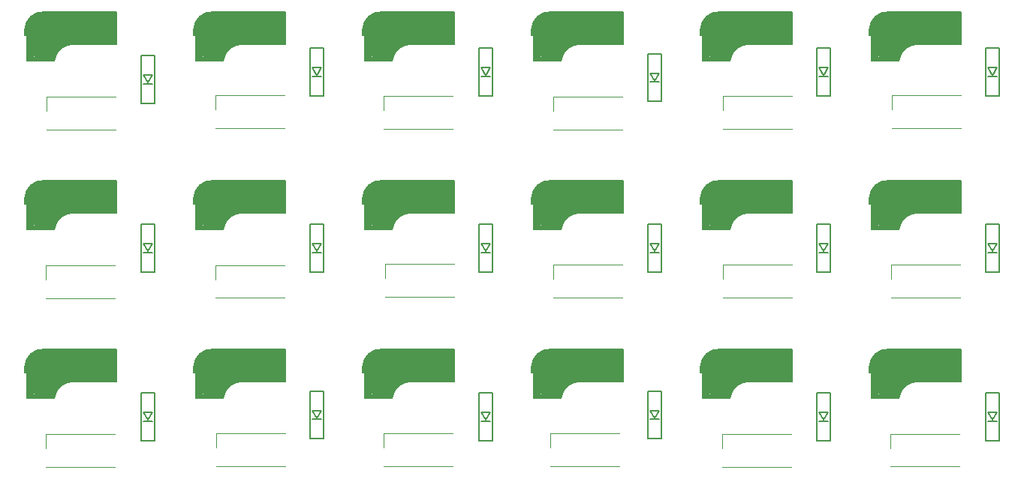
<source format=gbo>
G04 #@! TF.GenerationSoftware,KiCad,Pcbnew,(6.0.5)*
G04 #@! TF.CreationDate,2022-06-04T00:44:28+02:00*
G04 #@! TF.ProjectId,cheap_deck,63686561-705f-4646-9563-6b2e6b696361,3.0.1*
G04 #@! TF.SameCoordinates,Original*
G04 #@! TF.FileFunction,Legend,Bot*
G04 #@! TF.FilePolarity,Positive*
%FSLAX46Y46*%
G04 Gerber Fmt 4.6, Leading zero omitted, Abs format (unit mm)*
G04 Created by KiCad (PCBNEW (6.0.5)) date 2022-06-04 00:44:28*
%MOMM*%
%LPD*%
G01*
G04 APERTURE LIST*
%ADD10C,0.150000*%
%ADD11C,3.000000*%
%ADD12C,0.500000*%
%ADD13C,3.500000*%
%ADD14C,0.400000*%
%ADD15C,0.800000*%
%ADD16C,0.300000*%
%ADD17C,1.000000*%
%ADD18C,0.120000*%
G04 APERTURE END LIST*
D10*
X158227738Y-73438630D02*
X158703928Y-73438630D01*
X158703928Y-72438630D01*
X157894404Y-72914821D02*
X157561071Y-72914821D01*
X157418214Y-73438630D02*
X157894404Y-73438630D01*
X157894404Y-72438630D01*
X157418214Y-72438630D01*
X156989642Y-73438630D02*
X156989642Y-72438630D01*
X156751547Y-72438630D01*
X156608690Y-72486250D01*
X156513452Y-72581488D01*
X156465833Y-72676726D01*
X156418214Y-72867202D01*
X156418214Y-73010059D01*
X156465833Y-73200535D01*
X156513452Y-73295773D01*
X156608690Y-73391011D01*
X156751547Y-73438630D01*
X156989642Y-73438630D01*
X155465833Y-73438630D02*
X156037261Y-73438630D01*
X155751547Y-73438630D02*
X155751547Y-72438630D01*
X155846785Y-72581488D01*
X155942023Y-72676726D01*
X156037261Y-72724345D01*
X154608690Y-72438630D02*
X154799166Y-72438630D01*
X154894404Y-72486250D01*
X154942023Y-72533869D01*
X155037261Y-72676726D01*
X155084880Y-72867202D01*
X155084880Y-73248154D01*
X155037261Y-73343392D01*
X154989642Y-73391011D01*
X154894404Y-73438630D01*
X154703928Y-73438630D01*
X154608690Y-73391011D01*
X154561071Y-73343392D01*
X154513452Y-73248154D01*
X154513452Y-73010059D01*
X154561071Y-72914821D01*
X154608690Y-72867202D01*
X154703928Y-72819583D01*
X154894404Y-72819583D01*
X154989642Y-72867202D01*
X155037261Y-72914821D01*
X155084880Y-73010059D01*
X139177738Y-73438630D02*
X139653928Y-73438630D01*
X139653928Y-72438630D01*
X138844404Y-72914821D02*
X138511071Y-72914821D01*
X138368214Y-73438630D02*
X138844404Y-73438630D01*
X138844404Y-72438630D01*
X138368214Y-72438630D01*
X137939642Y-73438630D02*
X137939642Y-72438630D01*
X137701547Y-72438630D01*
X137558690Y-72486250D01*
X137463452Y-72581488D01*
X137415833Y-72676726D01*
X137368214Y-72867202D01*
X137368214Y-73010059D01*
X137415833Y-73200535D01*
X137463452Y-73295773D01*
X137558690Y-73391011D01*
X137701547Y-73438630D01*
X137939642Y-73438630D01*
X136415833Y-73438630D02*
X136987261Y-73438630D01*
X136701547Y-73438630D02*
X136701547Y-72438630D01*
X136796785Y-72581488D01*
X136892023Y-72676726D01*
X136987261Y-72724345D01*
X135511071Y-72438630D02*
X135987261Y-72438630D01*
X136034880Y-72914821D01*
X135987261Y-72867202D01*
X135892023Y-72819583D01*
X135653928Y-72819583D01*
X135558690Y-72867202D01*
X135511071Y-72914821D01*
X135463452Y-73010059D01*
X135463452Y-73248154D01*
X135511071Y-73343392D01*
X135558690Y-73391011D01*
X135653928Y-73438630D01*
X135892023Y-73438630D01*
X135987261Y-73391011D01*
X136034880Y-73343392D01*
X138383988Y-54388630D02*
X138860178Y-54388630D01*
X138860178Y-53388630D01*
X138050654Y-53864821D02*
X137717321Y-53864821D01*
X137574464Y-54388630D02*
X138050654Y-54388630D01*
X138050654Y-53388630D01*
X137574464Y-53388630D01*
X137145892Y-54388630D02*
X137145892Y-53388630D01*
X136907797Y-53388630D01*
X136764940Y-53436250D01*
X136669702Y-53531488D01*
X136622083Y-53626726D01*
X136574464Y-53817202D01*
X136574464Y-53960059D01*
X136622083Y-54150535D01*
X136669702Y-54245773D01*
X136764940Y-54341011D01*
X136907797Y-54388630D01*
X137145892Y-54388630D01*
X135622083Y-54388630D02*
X136193511Y-54388630D01*
X135907797Y-54388630D02*
X135907797Y-53388630D01*
X136003035Y-53531488D01*
X136098273Y-53626726D01*
X136193511Y-53674345D01*
X135003035Y-53388630D02*
X134907797Y-53388630D01*
X134812559Y-53436250D01*
X134764940Y-53483869D01*
X134717321Y-53579107D01*
X134669702Y-53769583D01*
X134669702Y-54007678D01*
X134717321Y-54198154D01*
X134764940Y-54293392D01*
X134812559Y-54341011D01*
X134907797Y-54388630D01*
X135003035Y-54388630D01*
X135098273Y-54341011D01*
X135145892Y-54293392D01*
X135193511Y-54198154D01*
X135241130Y-54007678D01*
X135241130Y-53769583D01*
X135193511Y-53579107D01*
X135145892Y-53483869D01*
X135098273Y-53436250D01*
X135003035Y-53388630D01*
X157751547Y-54388630D02*
X158227738Y-54388630D01*
X158227738Y-53388630D01*
X157418214Y-53864821D02*
X157084880Y-53864821D01*
X156942023Y-54388630D02*
X157418214Y-54388630D01*
X157418214Y-53388630D01*
X156942023Y-53388630D01*
X156513452Y-54388630D02*
X156513452Y-53388630D01*
X156275357Y-53388630D01*
X156132500Y-53436250D01*
X156037261Y-53531488D01*
X155989642Y-53626726D01*
X155942023Y-53817202D01*
X155942023Y-53960059D01*
X155989642Y-54150535D01*
X156037261Y-54245773D01*
X156132500Y-54341011D01*
X156275357Y-54388630D01*
X156513452Y-54388630D01*
X155465833Y-54388630D02*
X155275357Y-54388630D01*
X155180119Y-54341011D01*
X155132500Y-54293392D01*
X155037261Y-54150535D01*
X154989642Y-53960059D01*
X154989642Y-53579107D01*
X155037261Y-53483869D01*
X155084880Y-53436250D01*
X155180119Y-53388630D01*
X155370595Y-53388630D01*
X155465833Y-53436250D01*
X155513452Y-53483869D01*
X155561071Y-53579107D01*
X155561071Y-53817202D01*
X155513452Y-53912440D01*
X155465833Y-53960059D01*
X155370595Y-54007678D01*
X155180119Y-54007678D01*
X155084880Y-53960059D01*
X155037261Y-53912440D01*
X154989642Y-53817202D01*
X157751547Y-35338630D02*
X158227738Y-35338630D01*
X158227738Y-34338630D01*
X157418214Y-34814821D02*
X157084880Y-34814821D01*
X156942023Y-35338630D02*
X157418214Y-35338630D01*
X157418214Y-34338630D01*
X156942023Y-34338630D01*
X156513452Y-35338630D02*
X156513452Y-34338630D01*
X156275357Y-34338630D01*
X156132500Y-34386250D01*
X156037261Y-34481488D01*
X155989642Y-34576726D01*
X155942023Y-34767202D01*
X155942023Y-34910059D01*
X155989642Y-35100535D01*
X156037261Y-35195773D01*
X156132500Y-35291011D01*
X156275357Y-35338630D01*
X156513452Y-35338630D01*
X155084880Y-34671964D02*
X155084880Y-35338630D01*
X155322976Y-34291011D02*
X155561071Y-35005297D01*
X154942023Y-35005297D01*
X138701547Y-35338630D02*
X139177738Y-35338630D01*
X139177738Y-34338630D01*
X138368214Y-34814821D02*
X138034880Y-34814821D01*
X137892023Y-35338630D02*
X138368214Y-35338630D01*
X138368214Y-34338630D01*
X137892023Y-34338630D01*
X137463452Y-35338630D02*
X137463452Y-34338630D01*
X137225357Y-34338630D01*
X137082500Y-34386250D01*
X136987261Y-34481488D01*
X136939642Y-34576726D01*
X136892023Y-34767202D01*
X136892023Y-34910059D01*
X136939642Y-35100535D01*
X136987261Y-35195773D01*
X137082500Y-35291011D01*
X137225357Y-35338630D01*
X137463452Y-35338630D01*
X136558690Y-34338630D02*
X135939642Y-34338630D01*
X136272976Y-34719583D01*
X136130119Y-34719583D01*
X136034880Y-34767202D01*
X135987261Y-34814821D01*
X135939642Y-34910059D01*
X135939642Y-35148154D01*
X135987261Y-35243392D01*
X136034880Y-35291011D01*
X136130119Y-35338630D01*
X136415833Y-35338630D01*
X136511071Y-35291011D01*
X136558690Y-35243392D01*
X176483988Y-73438630D02*
X176960178Y-73438630D01*
X176960178Y-72438630D01*
X176150654Y-72914821D02*
X175817321Y-72914821D01*
X175674464Y-73438630D02*
X176150654Y-73438630D01*
X176150654Y-72438630D01*
X175674464Y-72438630D01*
X175245892Y-73438630D02*
X175245892Y-72438630D01*
X175007797Y-72438630D01*
X174864940Y-72486250D01*
X174769702Y-72581488D01*
X174722083Y-72676726D01*
X174674464Y-72867202D01*
X174674464Y-73010059D01*
X174722083Y-73200535D01*
X174769702Y-73295773D01*
X174864940Y-73391011D01*
X175007797Y-73438630D01*
X175245892Y-73438630D01*
X173722083Y-73438630D02*
X174293511Y-73438630D01*
X174007797Y-73438630D02*
X174007797Y-72438630D01*
X174103035Y-72581488D01*
X174198273Y-72676726D01*
X174293511Y-72724345D01*
X173388750Y-72438630D02*
X172722083Y-72438630D01*
X173150654Y-73438630D01*
X120127738Y-73438630D02*
X120603928Y-73438630D01*
X120603928Y-72438630D01*
X119794404Y-72914821D02*
X119461071Y-72914821D01*
X119318214Y-73438630D02*
X119794404Y-73438630D01*
X119794404Y-72438630D01*
X119318214Y-72438630D01*
X118889642Y-73438630D02*
X118889642Y-72438630D01*
X118651547Y-72438630D01*
X118508690Y-72486250D01*
X118413452Y-72581488D01*
X118365833Y-72676726D01*
X118318214Y-72867202D01*
X118318214Y-73010059D01*
X118365833Y-73200535D01*
X118413452Y-73295773D01*
X118508690Y-73391011D01*
X118651547Y-73438630D01*
X118889642Y-73438630D01*
X117365833Y-73438630D02*
X117937261Y-73438630D01*
X117651547Y-73438630D02*
X117651547Y-72438630D01*
X117746785Y-72581488D01*
X117842023Y-72676726D01*
X117937261Y-72724345D01*
X116508690Y-72771964D02*
X116508690Y-73438630D01*
X116746785Y-72391011D02*
X116984880Y-73105297D01*
X116365833Y-73105297D01*
X119333988Y-54388630D02*
X119810178Y-54388630D01*
X119810178Y-53388630D01*
X119000654Y-53864821D02*
X118667321Y-53864821D01*
X118524464Y-54388630D02*
X119000654Y-54388630D01*
X119000654Y-53388630D01*
X118524464Y-53388630D01*
X118095892Y-54388630D02*
X118095892Y-53388630D01*
X117857797Y-53388630D01*
X117714940Y-53436250D01*
X117619702Y-53531488D01*
X117572083Y-53626726D01*
X117524464Y-53817202D01*
X117524464Y-53960059D01*
X117572083Y-54150535D01*
X117619702Y-54245773D01*
X117714940Y-54341011D01*
X117857797Y-54388630D01*
X118095892Y-54388630D01*
X116572083Y-54388630D02*
X117143511Y-54388630D01*
X116857797Y-54388630D02*
X116857797Y-53388630D01*
X116953035Y-53531488D01*
X117048273Y-53626726D01*
X117143511Y-53674345D01*
X115619702Y-54388630D02*
X116191130Y-54388630D01*
X115905416Y-54388630D02*
X115905416Y-53388630D01*
X116000654Y-53531488D01*
X116095892Y-53626726D01*
X116191130Y-53674345D01*
X176007797Y-54388630D02*
X176483988Y-54388630D01*
X176483988Y-53388630D01*
X175674464Y-53864821D02*
X175341130Y-53864821D01*
X175198273Y-54388630D02*
X175674464Y-54388630D01*
X175674464Y-53388630D01*
X175198273Y-53388630D01*
X174769702Y-54388630D02*
X174769702Y-53388630D01*
X174531607Y-53388630D01*
X174388750Y-53436250D01*
X174293511Y-53531488D01*
X174245892Y-53626726D01*
X174198273Y-53817202D01*
X174198273Y-53960059D01*
X174245892Y-54150535D01*
X174293511Y-54245773D01*
X174388750Y-54341011D01*
X174531607Y-54388630D01*
X174769702Y-54388630D01*
X173626845Y-53817202D02*
X173722083Y-53769583D01*
X173769702Y-53721964D01*
X173817321Y-53626726D01*
X173817321Y-53579107D01*
X173769702Y-53483869D01*
X173722083Y-53436250D01*
X173626845Y-53388630D01*
X173436369Y-53388630D01*
X173341130Y-53436250D01*
X173293511Y-53483869D01*
X173245892Y-53579107D01*
X173245892Y-53626726D01*
X173293511Y-53721964D01*
X173341130Y-53769583D01*
X173436369Y-53817202D01*
X173626845Y-53817202D01*
X173722083Y-53864821D01*
X173769702Y-53912440D01*
X173817321Y-54007678D01*
X173817321Y-54198154D01*
X173769702Y-54293392D01*
X173722083Y-54341011D01*
X173626845Y-54388630D01*
X173436369Y-54388630D01*
X173341130Y-54341011D01*
X173293511Y-54293392D01*
X173245892Y-54198154D01*
X173245892Y-54007678D01*
X173293511Y-53912440D01*
X173341130Y-53864821D01*
X173436369Y-53817202D01*
X176801547Y-35338630D02*
X177277738Y-35338630D01*
X177277738Y-34338630D01*
X176468214Y-34814821D02*
X176134880Y-34814821D01*
X175992023Y-35338630D02*
X176468214Y-35338630D01*
X176468214Y-34338630D01*
X175992023Y-34338630D01*
X175563452Y-35338630D02*
X175563452Y-34338630D01*
X175325357Y-34338630D01*
X175182500Y-34386250D01*
X175087261Y-34481488D01*
X175039642Y-34576726D01*
X174992023Y-34767202D01*
X174992023Y-34910059D01*
X175039642Y-35100535D01*
X175087261Y-35195773D01*
X175182500Y-35291011D01*
X175325357Y-35338630D01*
X175563452Y-35338630D01*
X174087261Y-34338630D02*
X174563452Y-34338630D01*
X174611071Y-34814821D01*
X174563452Y-34767202D01*
X174468214Y-34719583D01*
X174230119Y-34719583D01*
X174134880Y-34767202D01*
X174087261Y-34814821D01*
X174039642Y-34910059D01*
X174039642Y-35148154D01*
X174087261Y-35243392D01*
X174134880Y-35291011D01*
X174230119Y-35338630D01*
X174468214Y-35338630D01*
X174563452Y-35291011D01*
X174611071Y-35243392D01*
X119651547Y-35338630D02*
X120127738Y-35338630D01*
X120127738Y-34338630D01*
X119318214Y-34814821D02*
X118984880Y-34814821D01*
X118842023Y-35338630D02*
X119318214Y-35338630D01*
X119318214Y-34338630D01*
X118842023Y-34338630D01*
X118413452Y-35338630D02*
X118413452Y-34338630D01*
X118175357Y-34338630D01*
X118032500Y-34386250D01*
X117937261Y-34481488D01*
X117889642Y-34576726D01*
X117842023Y-34767202D01*
X117842023Y-34910059D01*
X117889642Y-35100535D01*
X117937261Y-35195773D01*
X118032500Y-35291011D01*
X118175357Y-35338630D01*
X118413452Y-35338630D01*
X117461071Y-34433869D02*
X117413452Y-34386250D01*
X117318214Y-34338630D01*
X117080119Y-34338630D01*
X116984880Y-34386250D01*
X116937261Y-34433869D01*
X116889642Y-34529107D01*
X116889642Y-34624345D01*
X116937261Y-34767202D01*
X117508690Y-35338630D01*
X116889642Y-35338630D01*
X195533988Y-73438630D02*
X196010178Y-73438630D01*
X196010178Y-72438630D01*
X195200654Y-72914821D02*
X194867321Y-72914821D01*
X194724464Y-73438630D02*
X195200654Y-73438630D01*
X195200654Y-72438630D01*
X194724464Y-72438630D01*
X194295892Y-73438630D02*
X194295892Y-72438630D01*
X194057797Y-72438630D01*
X193914940Y-72486250D01*
X193819702Y-72581488D01*
X193772083Y-72676726D01*
X193724464Y-72867202D01*
X193724464Y-73010059D01*
X193772083Y-73200535D01*
X193819702Y-73295773D01*
X193914940Y-73391011D01*
X194057797Y-73438630D01*
X194295892Y-73438630D01*
X192772083Y-73438630D02*
X193343511Y-73438630D01*
X193057797Y-73438630D02*
X193057797Y-72438630D01*
X193153035Y-72581488D01*
X193248273Y-72676726D01*
X193343511Y-72724345D01*
X192200654Y-72867202D02*
X192295892Y-72819583D01*
X192343511Y-72771964D01*
X192391130Y-72676726D01*
X192391130Y-72629107D01*
X192343511Y-72533869D01*
X192295892Y-72486250D01*
X192200654Y-72438630D01*
X192010178Y-72438630D01*
X191914940Y-72486250D01*
X191867321Y-72533869D01*
X191819702Y-72629107D01*
X191819702Y-72676726D01*
X191867321Y-72771964D01*
X191914940Y-72819583D01*
X192010178Y-72867202D01*
X192200654Y-72867202D01*
X192295892Y-72914821D01*
X192343511Y-72962440D01*
X192391130Y-73057678D01*
X192391130Y-73248154D01*
X192343511Y-73343392D01*
X192295892Y-73391011D01*
X192200654Y-73438630D01*
X192010178Y-73438630D01*
X191914940Y-73391011D01*
X191867321Y-73343392D01*
X191819702Y-73248154D01*
X191819702Y-73057678D01*
X191867321Y-72962440D01*
X191914940Y-72914821D01*
X192010178Y-72867202D01*
X101077738Y-73438630D02*
X101553928Y-73438630D01*
X101553928Y-72438630D01*
X100744404Y-72914821D02*
X100411071Y-72914821D01*
X100268214Y-73438630D02*
X100744404Y-73438630D01*
X100744404Y-72438630D01*
X100268214Y-72438630D01*
X99839642Y-73438630D02*
X99839642Y-72438630D01*
X99601547Y-72438630D01*
X99458690Y-72486250D01*
X99363452Y-72581488D01*
X99315833Y-72676726D01*
X99268214Y-72867202D01*
X99268214Y-73010059D01*
X99315833Y-73200535D01*
X99363452Y-73295773D01*
X99458690Y-73391011D01*
X99601547Y-73438630D01*
X99839642Y-73438630D01*
X98315833Y-73438630D02*
X98887261Y-73438630D01*
X98601547Y-73438630D02*
X98601547Y-72438630D01*
X98696785Y-72581488D01*
X98792023Y-72676726D01*
X98887261Y-72724345D01*
X97982500Y-72438630D02*
X97363452Y-72438630D01*
X97696785Y-72819583D01*
X97553928Y-72819583D01*
X97458690Y-72867202D01*
X97411071Y-72914821D01*
X97363452Y-73010059D01*
X97363452Y-73248154D01*
X97411071Y-73343392D01*
X97458690Y-73391011D01*
X97553928Y-73438630D01*
X97839642Y-73438630D01*
X97934880Y-73391011D01*
X97982500Y-73343392D01*
X100283988Y-54388630D02*
X100760178Y-54388630D01*
X100760178Y-53388630D01*
X99950654Y-53864821D02*
X99617321Y-53864821D01*
X99474464Y-54388630D02*
X99950654Y-54388630D01*
X99950654Y-53388630D01*
X99474464Y-53388630D01*
X99045892Y-54388630D02*
X99045892Y-53388630D01*
X98807797Y-53388630D01*
X98664940Y-53436250D01*
X98569702Y-53531488D01*
X98522083Y-53626726D01*
X98474464Y-53817202D01*
X98474464Y-53960059D01*
X98522083Y-54150535D01*
X98569702Y-54245773D01*
X98664940Y-54341011D01*
X98807797Y-54388630D01*
X99045892Y-54388630D01*
X97522083Y-54388630D02*
X98093511Y-54388630D01*
X97807797Y-54388630D02*
X97807797Y-53388630D01*
X97903035Y-53531488D01*
X97998273Y-53626726D01*
X98093511Y-53674345D01*
X97141130Y-53483869D02*
X97093511Y-53436250D01*
X96998273Y-53388630D01*
X96760178Y-53388630D01*
X96664940Y-53436250D01*
X96617321Y-53483869D01*
X96569702Y-53579107D01*
X96569702Y-53674345D01*
X96617321Y-53817202D01*
X97188750Y-54388630D01*
X96569702Y-54388630D01*
X195851547Y-54388630D02*
X196327738Y-54388630D01*
X196327738Y-53388630D01*
X195518214Y-53864821D02*
X195184880Y-53864821D01*
X195042023Y-54388630D02*
X195518214Y-54388630D01*
X195518214Y-53388630D01*
X195042023Y-53388630D01*
X194613452Y-54388630D02*
X194613452Y-53388630D01*
X194375357Y-53388630D01*
X194232500Y-53436250D01*
X194137261Y-53531488D01*
X194089642Y-53626726D01*
X194042023Y-53817202D01*
X194042023Y-53960059D01*
X194089642Y-54150535D01*
X194137261Y-54245773D01*
X194232500Y-54341011D01*
X194375357Y-54388630D01*
X194613452Y-54388630D01*
X193708690Y-53388630D02*
X193042023Y-53388630D01*
X193470595Y-54388630D01*
X195851547Y-35338630D02*
X196327738Y-35338630D01*
X196327738Y-34338630D01*
X195518214Y-34814821D02*
X195184880Y-34814821D01*
X195042023Y-35338630D02*
X195518214Y-35338630D01*
X195518214Y-34338630D01*
X195042023Y-34338630D01*
X194613452Y-35338630D02*
X194613452Y-34338630D01*
X194375357Y-34338630D01*
X194232500Y-34386250D01*
X194137261Y-34481488D01*
X194089642Y-34576726D01*
X194042023Y-34767202D01*
X194042023Y-34910059D01*
X194089642Y-35100535D01*
X194137261Y-35195773D01*
X194232500Y-35291011D01*
X194375357Y-35338630D01*
X194613452Y-35338630D01*
X193184880Y-34338630D02*
X193375357Y-34338630D01*
X193470595Y-34386250D01*
X193518214Y-34433869D01*
X193613452Y-34576726D01*
X193661071Y-34767202D01*
X193661071Y-35148154D01*
X193613452Y-35243392D01*
X193565833Y-35291011D01*
X193470595Y-35338630D01*
X193280119Y-35338630D01*
X193184880Y-35291011D01*
X193137261Y-35243392D01*
X193089642Y-35148154D01*
X193089642Y-34910059D01*
X193137261Y-34814821D01*
X193184880Y-34767202D01*
X193280119Y-34719583D01*
X193470595Y-34719583D01*
X193565833Y-34767202D01*
X193613452Y-34814821D01*
X193661071Y-34910059D01*
X100601547Y-35338630D02*
X101077738Y-35338630D01*
X101077738Y-34338630D01*
X100268214Y-34814821D02*
X99934880Y-34814821D01*
X99792023Y-35338630D02*
X100268214Y-35338630D01*
X100268214Y-34338630D01*
X99792023Y-34338630D01*
X99363452Y-35338630D02*
X99363452Y-34338630D01*
X99125357Y-34338630D01*
X98982500Y-34386250D01*
X98887261Y-34481488D01*
X98839642Y-34576726D01*
X98792023Y-34767202D01*
X98792023Y-34910059D01*
X98839642Y-35100535D01*
X98887261Y-35195773D01*
X98982500Y-35291011D01*
X99125357Y-35338630D01*
X99363452Y-35338630D01*
X97839642Y-35338630D02*
X98411071Y-35338630D01*
X98125357Y-35338630D02*
X98125357Y-34338630D01*
X98220595Y-34481488D01*
X98315833Y-34576726D01*
X98411071Y-34624345D01*
X105450000Y-36442500D02*
X105450000Y-34192500D01*
X95420000Y-39342500D02*
X98450000Y-39342500D01*
D11*
X96900000Y-35342500D02*
X96900000Y-37582500D01*
D10*
X100670000Y-37442500D02*
X105470000Y-37442500D01*
X95420000Y-34892500D02*
X95420000Y-39342500D01*
X95170000Y-36492500D02*
X95370000Y-36492500D01*
D12*
X105270000Y-37192500D02*
X103970000Y-37142500D01*
X95620000Y-39142500D02*
X98070000Y-39142500D01*
D10*
X105470000Y-37442500D02*
X105470000Y-33842500D01*
D13*
X103670000Y-35642500D02*
X96970000Y-35642500D01*
D14*
X105320000Y-34042500D02*
X104070000Y-34042500D01*
D10*
X95170000Y-35742500D02*
X95170000Y-36492500D01*
D15*
X95770000Y-38842500D02*
X95770000Y-37042501D01*
D10*
X105470000Y-33842500D02*
X97269999Y-33842500D01*
D16*
X95270000Y-36392500D02*
X95270000Y-35742500D01*
D17*
X104970000Y-34442500D02*
X104970000Y-36942500D01*
X100270000Y-37042500D02*
G75*
G03*
X98053682Y-38921029I-65001J-2169999D01*
G01*
D10*
X100670000Y-37442500D02*
G75*
G03*
X98453682Y-39321029I-65001J-2169999D01*
G01*
X97269999Y-33842499D02*
G75*
G03*
X95170000Y-35742501I-100000J-1999999D01*
G01*
X119720000Y-37442500D02*
X124520000Y-37442500D01*
X124500000Y-36442500D02*
X124500000Y-34192500D01*
D12*
X114670000Y-39142500D02*
X117120000Y-39142500D01*
D11*
X115950000Y-35342500D02*
X115950000Y-37582500D01*
D10*
X114220000Y-35742500D02*
X114220000Y-36492500D01*
X124520000Y-33842500D02*
X116319999Y-33842500D01*
D17*
X124020000Y-34442500D02*
X124020000Y-36942500D01*
D10*
X114220000Y-36492500D02*
X114420000Y-36492500D01*
D12*
X124320000Y-37192500D02*
X123020000Y-37142500D01*
D10*
X114470000Y-34892500D02*
X114470000Y-39342500D01*
X114470000Y-39342500D02*
X117500000Y-39342500D01*
D13*
X122720000Y-35642500D02*
X116020000Y-35642500D01*
D15*
X114820000Y-38842500D02*
X114820000Y-37042501D01*
D16*
X114320000Y-36392500D02*
X114320000Y-35742500D01*
D14*
X124370000Y-34042500D02*
X123120000Y-34042500D01*
D10*
X124520000Y-37442500D02*
X124520000Y-33842500D01*
X116319999Y-33842499D02*
G75*
G03*
X114220000Y-35742501I-100000J-1999999D01*
G01*
D17*
X119320000Y-37042500D02*
G75*
G03*
X117103682Y-38921029I-65001J-2169999D01*
G01*
D10*
X119720000Y-37442500D02*
G75*
G03*
X117503682Y-39321029I-65001J-2169999D01*
G01*
X133520000Y-39342500D02*
X136550000Y-39342500D01*
D12*
X143370000Y-37192500D02*
X142070000Y-37142500D01*
D14*
X143420000Y-34042500D02*
X142170000Y-34042500D01*
D10*
X133520000Y-34892500D02*
X133520000Y-39342500D01*
X143550000Y-36442500D02*
X143550000Y-34192500D01*
X143570000Y-33842500D02*
X135369999Y-33842500D01*
X133270000Y-36492500D02*
X133470000Y-36492500D01*
D16*
X133370000Y-36392500D02*
X133370000Y-35742500D01*
D10*
X143570000Y-37442500D02*
X143570000Y-33842500D01*
D13*
X141770000Y-35642500D02*
X135070000Y-35642500D01*
D15*
X133870000Y-38842500D02*
X133870000Y-37042501D01*
D12*
X133720000Y-39142500D02*
X136170000Y-39142500D01*
D17*
X143070000Y-34442500D02*
X143070000Y-36942500D01*
D11*
X135000000Y-35342500D02*
X135000000Y-37582500D01*
D10*
X133270000Y-35742500D02*
X133270000Y-36492500D01*
X138770000Y-37442500D02*
X143570000Y-37442500D01*
X138770000Y-37442500D02*
G75*
G03*
X136553682Y-39321029I-65001J-2169999D01*
G01*
X135369999Y-33842499D02*
G75*
G03*
X133270000Y-35742501I-100000J-1999999D01*
G01*
D17*
X138370000Y-37042500D02*
G75*
G03*
X136153682Y-38921029I-65001J-2169999D01*
G01*
D12*
X152770000Y-39142500D02*
X155220000Y-39142500D01*
D10*
X152320000Y-36492500D02*
X152520000Y-36492500D01*
X152320000Y-35742500D02*
X152320000Y-36492500D01*
D14*
X162470000Y-34042500D02*
X161220000Y-34042500D01*
D15*
X152920000Y-38842500D02*
X152920000Y-37042501D01*
D11*
X154050000Y-35342500D02*
X154050000Y-37582500D01*
D17*
X162120000Y-34442500D02*
X162120000Y-36942500D01*
D16*
X152420000Y-36392500D02*
X152420000Y-35742500D01*
D10*
X152570000Y-34892500D02*
X152570000Y-39342500D01*
D12*
X162420000Y-37192500D02*
X161120000Y-37142500D01*
D10*
X152570000Y-39342500D02*
X155600000Y-39342500D01*
X157820000Y-37442500D02*
X162620000Y-37442500D01*
X162620000Y-37442500D02*
X162620000Y-33842500D01*
X162600000Y-36442500D02*
X162600000Y-34192500D01*
X162620000Y-33842500D02*
X154419999Y-33842500D01*
D13*
X160820000Y-35642500D02*
X154120000Y-35642500D01*
D17*
X157420000Y-37042500D02*
G75*
G03*
X155203682Y-38921029I-65001J-2169999D01*
G01*
D10*
X157820000Y-37442500D02*
G75*
G03*
X155603682Y-39321029I-65001J-2169999D01*
G01*
X154419999Y-33842499D02*
G75*
G03*
X152320000Y-35742501I-100000J-1999999D01*
G01*
D16*
X171470000Y-36392500D02*
X171470000Y-35742500D01*
D10*
X171370000Y-35742500D02*
X171370000Y-36492500D01*
D13*
X179870000Y-35642500D02*
X173170000Y-35642500D01*
D10*
X171370000Y-36492500D02*
X171570000Y-36492500D01*
X171620000Y-34892500D02*
X171620000Y-39342500D01*
D15*
X171970000Y-38842500D02*
X171970000Y-37042501D01*
D17*
X181170000Y-34442500D02*
X181170000Y-36942500D01*
D10*
X181670000Y-33842500D02*
X173469999Y-33842500D01*
X176870000Y-37442500D02*
X181670000Y-37442500D01*
D12*
X181470000Y-37192500D02*
X180170000Y-37142500D01*
D14*
X181520000Y-34042500D02*
X180270000Y-34042500D01*
D10*
X171620000Y-39342500D02*
X174650000Y-39342500D01*
X181650000Y-36442500D02*
X181650000Y-34192500D01*
X181670000Y-37442500D02*
X181670000Y-33842500D01*
D11*
X173100000Y-35342500D02*
X173100000Y-37582500D01*
D12*
X171820000Y-39142500D02*
X174270000Y-39142500D01*
D17*
X176470000Y-37042500D02*
G75*
G03*
X174253682Y-38921029I-65001J-2169999D01*
G01*
D10*
X176870000Y-37442500D02*
G75*
G03*
X174653682Y-39321029I-65001J-2169999D01*
G01*
X173469999Y-33842499D02*
G75*
G03*
X171370000Y-35742501I-100000J-1999999D01*
G01*
D14*
X105320000Y-53092500D02*
X104070000Y-53092500D01*
D10*
X105450000Y-55492500D02*
X105450000Y-53242500D01*
X95420000Y-53942500D02*
X95420000Y-58392500D01*
X95420000Y-58392500D02*
X98450000Y-58392500D01*
X100670000Y-56492500D02*
X105470000Y-56492500D01*
D13*
X103670000Y-54692500D02*
X96970000Y-54692500D01*
D10*
X105470000Y-52892500D02*
X97269999Y-52892500D01*
D12*
X95620000Y-58192500D02*
X98070000Y-58192500D01*
D11*
X96900000Y-54392500D02*
X96900000Y-56632500D01*
D10*
X95170000Y-55542500D02*
X95370000Y-55542500D01*
X95170000Y-54792500D02*
X95170000Y-55542500D01*
D16*
X95270000Y-55442500D02*
X95270000Y-54792500D01*
D17*
X104970000Y-53492500D02*
X104970000Y-55992500D01*
D15*
X95770000Y-57892500D02*
X95770000Y-56092501D01*
D12*
X105270000Y-56242500D02*
X103970000Y-56192500D01*
D10*
X105470000Y-56492500D02*
X105470000Y-52892500D01*
D17*
X100270000Y-56092500D02*
G75*
G03*
X98053682Y-57971029I-65001J-2169999D01*
G01*
D10*
X97269999Y-52892499D02*
G75*
G03*
X95170000Y-54792501I-100000J-1999999D01*
G01*
X100670000Y-56492500D02*
G75*
G03*
X98453682Y-58371029I-65001J-2169999D01*
G01*
D12*
X143370000Y-56242500D02*
X142070000Y-56192500D01*
D10*
X138770000Y-56492500D02*
X143570000Y-56492500D01*
X133520000Y-58392500D02*
X136550000Y-58392500D01*
X143570000Y-56492500D02*
X143570000Y-52892500D01*
D11*
X135000000Y-54392500D02*
X135000000Y-56632500D01*
D10*
X143570000Y-52892500D02*
X135369999Y-52892500D01*
X143550000Y-55492500D02*
X143550000Y-53242500D01*
X133520000Y-53942500D02*
X133520000Y-58392500D01*
D15*
X133870000Y-57892500D02*
X133870000Y-56092501D01*
D10*
X133270000Y-54792500D02*
X133270000Y-55542500D01*
D16*
X133370000Y-55442500D02*
X133370000Y-54792500D01*
D12*
X133720000Y-58192500D02*
X136170000Y-58192500D01*
D13*
X141770000Y-54692500D02*
X135070000Y-54692500D01*
D17*
X143070000Y-53492500D02*
X143070000Y-55992500D01*
D10*
X133270000Y-55542500D02*
X133470000Y-55542500D01*
D14*
X143420000Y-53092500D02*
X142170000Y-53092500D01*
D10*
X135369999Y-52892499D02*
G75*
G03*
X133270000Y-54792501I-100000J-1999999D01*
G01*
D17*
X138370000Y-56092500D02*
G75*
G03*
X136153682Y-57971029I-65001J-2169999D01*
G01*
D10*
X138770000Y-56492500D02*
G75*
G03*
X136553682Y-58371029I-65001J-2169999D01*
G01*
D11*
X154050000Y-54392500D02*
X154050000Y-56632500D01*
D12*
X152770000Y-58192500D02*
X155220000Y-58192500D01*
D10*
X162600000Y-55492500D02*
X162600000Y-53242500D01*
X152570000Y-58392500D02*
X155600000Y-58392500D01*
X152320000Y-54792500D02*
X152320000Y-55542500D01*
D16*
X152420000Y-55442500D02*
X152420000Y-54792500D01*
D10*
X152320000Y-55542500D02*
X152520000Y-55542500D01*
X152570000Y-53942500D02*
X152570000Y-58392500D01*
X162620000Y-56492500D02*
X162620000Y-52892500D01*
X162620000Y-52892500D02*
X154419999Y-52892500D01*
D12*
X162420000Y-56242500D02*
X161120000Y-56192500D01*
D17*
X162120000Y-53492500D02*
X162120000Y-55992500D01*
D10*
X157820000Y-56492500D02*
X162620000Y-56492500D01*
D14*
X162470000Y-53092500D02*
X161220000Y-53092500D01*
D15*
X152920000Y-57892500D02*
X152920000Y-56092501D01*
D13*
X160820000Y-54692500D02*
X154120000Y-54692500D01*
D17*
X157420000Y-56092500D02*
G75*
G03*
X155203682Y-57971029I-65001J-2169999D01*
G01*
D10*
X154419999Y-52892499D02*
G75*
G03*
X152320000Y-54792501I-100000J-1999999D01*
G01*
X157820000Y-56492500D02*
G75*
G03*
X155603682Y-58371029I-65001J-2169999D01*
G01*
X171620000Y-53942500D02*
X171620000Y-58392500D01*
X176870000Y-56492500D02*
X181670000Y-56492500D01*
X171620000Y-58392500D02*
X174650000Y-58392500D01*
D15*
X171970000Y-57892500D02*
X171970000Y-56092501D01*
D12*
X171820000Y-58192500D02*
X174270000Y-58192500D01*
D17*
X181170000Y-53492500D02*
X181170000Y-55992500D01*
D14*
X181520000Y-53092500D02*
X180270000Y-53092500D01*
D10*
X181650000Y-55492500D02*
X181650000Y-53242500D01*
X171370000Y-55542500D02*
X171570000Y-55542500D01*
D13*
X179870000Y-54692500D02*
X173170000Y-54692500D01*
D12*
X181470000Y-56242500D02*
X180170000Y-56192500D01*
D16*
X171470000Y-55442500D02*
X171470000Y-54792500D01*
D10*
X171370000Y-54792500D02*
X171370000Y-55542500D01*
X181670000Y-56492500D02*
X181670000Y-52892500D01*
X181670000Y-52892500D02*
X173469999Y-52892500D01*
D11*
X173100000Y-54392500D02*
X173100000Y-56632500D01*
D17*
X176470000Y-56092500D02*
G75*
G03*
X174253682Y-57971029I-65001J-2169999D01*
G01*
D10*
X173469999Y-52892499D02*
G75*
G03*
X171370000Y-54792501I-100000J-1999999D01*
G01*
X176870000Y-56492500D02*
G75*
G03*
X174653682Y-58371029I-65001J-2169999D01*
G01*
X190420000Y-54792500D02*
X190420000Y-55542500D01*
D11*
X192150000Y-54392500D02*
X192150000Y-56632500D01*
D14*
X200570000Y-53092500D02*
X199320000Y-53092500D01*
D12*
X200520000Y-56242500D02*
X199220000Y-56192500D01*
D10*
X190670000Y-53942500D02*
X190670000Y-58392500D01*
D12*
X190870000Y-58192500D02*
X193320000Y-58192500D01*
D10*
X190420000Y-55542500D02*
X190620000Y-55542500D01*
D16*
X190520000Y-55442500D02*
X190520000Y-54792500D01*
D10*
X200720000Y-52892500D02*
X192519999Y-52892500D01*
X195920000Y-56492500D02*
X200720000Y-56492500D01*
X200700000Y-55492500D02*
X200700000Y-53242500D01*
X200720000Y-56492500D02*
X200720000Y-52892500D01*
X190670000Y-58392500D02*
X193700000Y-58392500D01*
D17*
X200220000Y-53492500D02*
X200220000Y-55992500D01*
D13*
X198920000Y-54692500D02*
X192220000Y-54692500D01*
D15*
X191020000Y-57892500D02*
X191020000Y-56092501D01*
D10*
X195920000Y-56492500D02*
G75*
G03*
X193703682Y-58371029I-65001J-2169999D01*
G01*
X192519999Y-52892499D02*
G75*
G03*
X190420000Y-54792501I-100000J-1999999D01*
G01*
D17*
X195520000Y-56092500D02*
G75*
G03*
X193303682Y-57971029I-65001J-2169999D01*
G01*
D10*
X105470000Y-71942500D02*
X97269999Y-71942500D01*
D12*
X95620000Y-77242500D02*
X98070000Y-77242500D01*
D15*
X95770000Y-76942500D02*
X95770000Y-75142501D01*
D16*
X95270000Y-74492500D02*
X95270000Y-73842500D01*
D10*
X95420000Y-77442500D02*
X98450000Y-77442500D01*
D11*
X96900000Y-73442500D02*
X96900000Y-75682500D01*
D10*
X100670000Y-75542500D02*
X105470000Y-75542500D01*
X95170000Y-74592500D02*
X95370000Y-74592500D01*
X95170000Y-73842500D02*
X95170000Y-74592500D01*
D17*
X104970000Y-72542500D02*
X104970000Y-75042500D01*
D10*
X95420000Y-72992500D02*
X95420000Y-77442500D01*
X105470000Y-75542500D02*
X105470000Y-71942500D01*
D14*
X105320000Y-72142500D02*
X104070000Y-72142500D01*
D13*
X103670000Y-73742500D02*
X96970000Y-73742500D01*
D12*
X105270000Y-75292500D02*
X103970000Y-75242500D01*
D10*
X105450000Y-74542500D02*
X105450000Y-72292500D01*
D17*
X100270000Y-75142500D02*
G75*
G03*
X98053682Y-77021029I-65001J-2169999D01*
G01*
D10*
X97269999Y-71942499D02*
G75*
G03*
X95170000Y-73842501I-100000J-1999999D01*
G01*
X100670000Y-75542500D02*
G75*
G03*
X98453682Y-77421029I-65001J-2169999D01*
G01*
X124500000Y-74542500D02*
X124500000Y-72292500D01*
D15*
X114820000Y-76942500D02*
X114820000Y-75142501D01*
D11*
X115950000Y-73442500D02*
X115950000Y-75682500D01*
D10*
X119720000Y-75542500D02*
X124520000Y-75542500D01*
D17*
X124020000Y-72542500D02*
X124020000Y-75042500D01*
D10*
X114470000Y-77442500D02*
X117500000Y-77442500D01*
X114220000Y-74592500D02*
X114420000Y-74592500D01*
X114220000Y-73842500D02*
X114220000Y-74592500D01*
D12*
X124320000Y-75292500D02*
X123020000Y-75242500D01*
D10*
X124520000Y-71942500D02*
X116319999Y-71942500D01*
D14*
X124370000Y-72142500D02*
X123120000Y-72142500D01*
D13*
X122720000Y-73742500D02*
X116020000Y-73742500D01*
D12*
X114670000Y-77242500D02*
X117120000Y-77242500D01*
D16*
X114320000Y-74492500D02*
X114320000Y-73842500D01*
D10*
X124520000Y-75542500D02*
X124520000Y-71942500D01*
X114470000Y-72992500D02*
X114470000Y-77442500D01*
X116319999Y-71942499D02*
G75*
G03*
X114220000Y-73842501I-100000J-1999999D01*
G01*
X119720000Y-75542500D02*
G75*
G03*
X117503682Y-77421029I-65001J-2169999D01*
G01*
D17*
X119320000Y-75142500D02*
G75*
G03*
X117103682Y-77021029I-65001J-2169999D01*
G01*
D15*
X133870000Y-76942500D02*
X133870000Y-75142501D01*
D10*
X143570000Y-75542500D02*
X143570000Y-71942500D01*
X133520000Y-77442500D02*
X136550000Y-77442500D01*
D12*
X143370000Y-75292500D02*
X142070000Y-75242500D01*
X133720000Y-77242500D02*
X136170000Y-77242500D01*
D10*
X133270000Y-73842500D02*
X133270000Y-74592500D01*
X143550000Y-74542500D02*
X143550000Y-72292500D01*
X138770000Y-75542500D02*
X143570000Y-75542500D01*
X143570000Y-71942500D02*
X135369999Y-71942500D01*
D16*
X133370000Y-74492500D02*
X133370000Y-73842500D01*
D10*
X133270000Y-74592500D02*
X133470000Y-74592500D01*
D17*
X143070000Y-72542500D02*
X143070000Y-75042500D01*
D11*
X135000000Y-73442500D02*
X135000000Y-75682500D01*
D14*
X143420000Y-72142500D02*
X142170000Y-72142500D01*
D10*
X133520000Y-72992500D02*
X133520000Y-77442500D01*
D13*
X141770000Y-73742500D02*
X135070000Y-73742500D01*
D10*
X135369999Y-71942499D02*
G75*
G03*
X133270000Y-73842501I-100000J-1999999D01*
G01*
X138770000Y-75542500D02*
G75*
G03*
X136553682Y-77421029I-65001J-2169999D01*
G01*
D17*
X138370000Y-75142500D02*
G75*
G03*
X136153682Y-77021029I-65001J-2169999D01*
G01*
D16*
X152420000Y-74492500D02*
X152420000Y-73842500D01*
D15*
X152920000Y-76942500D02*
X152920000Y-75142501D01*
D10*
X162620000Y-75542500D02*
X162620000Y-71942500D01*
D11*
X154050000Y-73442500D02*
X154050000Y-75682500D01*
D10*
X152570000Y-77442500D02*
X155600000Y-77442500D01*
X152320000Y-73842500D02*
X152320000Y-74592500D01*
X152570000Y-72992500D02*
X152570000Y-77442500D01*
X162600000Y-74542500D02*
X162600000Y-72292500D01*
D14*
X162470000Y-72142500D02*
X161220000Y-72142500D01*
D10*
X157820000Y-75542500D02*
X162620000Y-75542500D01*
D13*
X160820000Y-73742500D02*
X154120000Y-73742500D01*
D17*
X162120000Y-72542500D02*
X162120000Y-75042500D01*
D10*
X152320000Y-74592500D02*
X152520000Y-74592500D01*
X162620000Y-71942500D02*
X154419999Y-71942500D01*
D12*
X162420000Y-75292500D02*
X161120000Y-75242500D01*
X152770000Y-77242500D02*
X155220000Y-77242500D01*
D17*
X157420000Y-75142500D02*
G75*
G03*
X155203682Y-77021029I-65001J-2169999D01*
G01*
D10*
X157820000Y-75542500D02*
G75*
G03*
X155603682Y-77421029I-65001J-2169999D01*
G01*
X154419999Y-71942499D02*
G75*
G03*
X152320000Y-73842501I-100000J-1999999D01*
G01*
D12*
X181470000Y-75292500D02*
X180170000Y-75242500D01*
D10*
X171370000Y-73842500D02*
X171370000Y-74592500D01*
X181670000Y-71942500D02*
X173469999Y-71942500D01*
D12*
X171820000Y-77242500D02*
X174270000Y-77242500D01*
D10*
X171620000Y-72992500D02*
X171620000Y-77442500D01*
D11*
X173100000Y-73442500D02*
X173100000Y-75682500D01*
D16*
X171470000Y-74492500D02*
X171470000Y-73842500D01*
D17*
X181170000Y-72542500D02*
X181170000Y-75042500D01*
D15*
X171970000Y-76942500D02*
X171970000Y-75142501D01*
D10*
X171620000Y-77442500D02*
X174650000Y-77442500D01*
D13*
X179870000Y-73742500D02*
X173170000Y-73742500D01*
D10*
X181670000Y-75542500D02*
X181670000Y-71942500D01*
D14*
X181520000Y-72142500D02*
X180270000Y-72142500D01*
D10*
X176870000Y-75542500D02*
X181670000Y-75542500D01*
X171370000Y-74592500D02*
X171570000Y-74592500D01*
X181650000Y-74542500D02*
X181650000Y-72292500D01*
X173469999Y-71942499D02*
G75*
G03*
X171370000Y-73842501I-100000J-1999999D01*
G01*
D17*
X176470000Y-75142500D02*
G75*
G03*
X174253682Y-77021029I-65001J-2169999D01*
G01*
D10*
X176870000Y-75542500D02*
G75*
G03*
X174653682Y-77421029I-65001J-2169999D01*
G01*
D13*
X122720000Y-54692500D02*
X116020000Y-54692500D01*
D10*
X114220000Y-54792500D02*
X114220000Y-55542500D01*
D12*
X114670000Y-58192500D02*
X117120000Y-58192500D01*
X124320000Y-56242500D02*
X123020000Y-56192500D01*
D10*
X114220000Y-55542500D02*
X114420000Y-55542500D01*
D17*
X124020000Y-53492500D02*
X124020000Y-55992500D01*
D16*
X114320000Y-55442500D02*
X114320000Y-54792500D01*
D10*
X124520000Y-56492500D02*
X124520000Y-52892500D01*
D14*
X124370000Y-53092500D02*
X123120000Y-53092500D01*
D11*
X115950000Y-54392500D02*
X115950000Y-56632500D01*
D10*
X124500000Y-55492500D02*
X124500000Y-53242500D01*
X114470000Y-53942500D02*
X114470000Y-58392500D01*
X119720000Y-56492500D02*
X124520000Y-56492500D01*
X114470000Y-58392500D02*
X117500000Y-58392500D01*
D15*
X114820000Y-57892500D02*
X114820000Y-56092501D01*
D10*
X124520000Y-52892500D02*
X116319999Y-52892500D01*
D17*
X119320000Y-56092500D02*
G75*
G03*
X117103682Y-57971029I-65001J-2169999D01*
G01*
D10*
X116319999Y-52892499D02*
G75*
G03*
X114220000Y-54792501I-100000J-1999999D01*
G01*
X119720000Y-56492500D02*
G75*
G03*
X117503682Y-58371029I-65001J-2169999D01*
G01*
D13*
X198920000Y-73742500D02*
X192220000Y-73742500D01*
D10*
X190670000Y-72992500D02*
X190670000Y-77442500D01*
D12*
X190870000Y-77242500D02*
X193320000Y-77242500D01*
D14*
X200570000Y-72142500D02*
X199320000Y-72142500D01*
D10*
X190420000Y-74592500D02*
X190620000Y-74592500D01*
X200720000Y-75542500D02*
X200720000Y-71942500D01*
D12*
X200520000Y-75292500D02*
X199220000Y-75242500D01*
D10*
X200720000Y-71942500D02*
X192519999Y-71942500D01*
D15*
X191020000Y-76942500D02*
X191020000Y-75142501D01*
D10*
X195920000Y-75542500D02*
X200720000Y-75542500D01*
X190420000Y-73842500D02*
X190420000Y-74592500D01*
X200700000Y-74542500D02*
X200700000Y-72292500D01*
D17*
X200220000Y-72542500D02*
X200220000Y-75042500D01*
D11*
X192150000Y-73442500D02*
X192150000Y-75682500D01*
D10*
X190670000Y-77442500D02*
X193700000Y-77442500D01*
D16*
X190520000Y-74492500D02*
X190520000Y-73842500D01*
D17*
X195520000Y-75142500D02*
G75*
G03*
X193303682Y-77021029I-65001J-2169999D01*
G01*
D10*
X192519999Y-71942499D02*
G75*
G03*
X190420000Y-73842501I-100000J-1999999D01*
G01*
X195920000Y-75542500D02*
G75*
G03*
X193703682Y-77421029I-65001J-2169999D01*
G01*
D13*
X198920000Y-35642500D02*
X192220000Y-35642500D01*
D10*
X190420000Y-35742500D02*
X190420000Y-36492500D01*
D17*
X200220000Y-34442500D02*
X200220000Y-36942500D01*
D14*
X200570000Y-34042500D02*
X199320000Y-34042500D01*
D10*
X190420000Y-36492500D02*
X190620000Y-36492500D01*
X200700000Y-36442500D02*
X200700000Y-34192500D01*
D15*
X191020000Y-38842500D02*
X191020000Y-37042501D01*
D10*
X200720000Y-37442500D02*
X200720000Y-33842500D01*
X195920000Y-37442500D02*
X200720000Y-37442500D01*
X190670000Y-39342500D02*
X193700000Y-39342500D01*
D11*
X192150000Y-35342500D02*
X192150000Y-37582500D01*
D12*
X190870000Y-39142500D02*
X193320000Y-39142500D01*
D10*
X190670000Y-34892500D02*
X190670000Y-39342500D01*
D16*
X190520000Y-36392500D02*
X190520000Y-35742500D01*
D10*
X200720000Y-33842500D02*
X192519999Y-33842500D01*
D12*
X200520000Y-37192500D02*
X199220000Y-37142500D01*
D10*
X192519999Y-33842499D02*
G75*
G03*
X190420000Y-35742501I-100000J-1999999D01*
G01*
X195920000Y-37442500D02*
G75*
G03*
X193703682Y-39321029I-65001J-2169999D01*
G01*
D17*
X195520000Y-37042500D02*
G75*
G03*
X193303682Y-38921029I-65001J-2169999D01*
G01*
D10*
X109757500Y-38723700D02*
X108257500Y-38723700D01*
X109507500Y-40923700D02*
X108507500Y-40923700D01*
X108507500Y-40923700D02*
X109007500Y-41823700D01*
X109757500Y-44123700D02*
X108257500Y-44123700D01*
X109507500Y-41923700D02*
X108507500Y-41923700D01*
X109757500Y-38723700D02*
X109757500Y-44123700D01*
X109007500Y-41823700D02*
X109507500Y-40923700D01*
X108257500Y-44123700D02*
X108257500Y-38723700D01*
X128807500Y-37930000D02*
X127307500Y-37930000D01*
X127307500Y-43330000D02*
X127307500Y-37930000D01*
X128057500Y-41030000D02*
X128557500Y-40130000D01*
X128557500Y-41130000D02*
X127557500Y-41130000D01*
X128557500Y-40130000D02*
X127557500Y-40130000D01*
X128807500Y-37930000D02*
X128807500Y-43330000D01*
X127557500Y-40130000D02*
X128057500Y-41030000D01*
X128807500Y-43330000D02*
X127307500Y-43330000D01*
X147607500Y-41130000D02*
X146607500Y-41130000D01*
X147857500Y-37930000D02*
X147857500Y-43330000D01*
X147107500Y-41030000D02*
X147607500Y-40130000D01*
X146357500Y-43330000D02*
X146357500Y-37930000D01*
X147857500Y-37930000D02*
X146357500Y-37930000D01*
X147607500Y-40130000D02*
X146607500Y-40130000D01*
X147857500Y-43330000D02*
X146357500Y-43330000D01*
X146607500Y-40130000D02*
X147107500Y-41030000D01*
X165657500Y-40736200D02*
X166157500Y-41636200D01*
X166907500Y-38536200D02*
X166907500Y-43936200D01*
X166657500Y-41736200D02*
X165657500Y-41736200D01*
X165407500Y-43936200D02*
X165407500Y-38536200D01*
X166907500Y-38536200D02*
X165407500Y-38536200D01*
X166657500Y-40736200D02*
X165657500Y-40736200D01*
X166157500Y-41636200D02*
X166657500Y-40736200D01*
X166907500Y-43936200D02*
X165407500Y-43936200D01*
X185707500Y-40130000D02*
X184707500Y-40130000D01*
X185707500Y-41130000D02*
X184707500Y-41130000D01*
X185957500Y-37930000D02*
X184457500Y-37930000D01*
X185207500Y-41030000D02*
X185707500Y-40130000D01*
X185957500Y-43330000D02*
X184457500Y-43330000D01*
X184457500Y-43330000D02*
X184457500Y-37930000D01*
X185957500Y-37930000D02*
X185957500Y-43330000D01*
X184707500Y-40130000D02*
X185207500Y-41030000D01*
X205007500Y-43330000D02*
X203507500Y-43330000D01*
X203757500Y-40130000D02*
X204257500Y-41030000D01*
X205007500Y-37930000D02*
X203507500Y-37930000D01*
X203507500Y-43330000D02*
X203507500Y-37930000D01*
X204257500Y-41030000D02*
X204757500Y-40130000D01*
X204757500Y-40130000D02*
X203757500Y-40130000D01*
X204757500Y-41130000D02*
X203757500Y-41130000D01*
X205007500Y-37930000D02*
X205007500Y-43330000D01*
X109507500Y-60973700D02*
X108507500Y-60973700D01*
X108507500Y-59973700D02*
X109007500Y-60873700D01*
X109757500Y-57773700D02*
X109757500Y-63173700D01*
X108257500Y-63173700D02*
X108257500Y-57773700D01*
X109507500Y-59973700D02*
X108507500Y-59973700D01*
X109007500Y-60873700D02*
X109507500Y-59973700D01*
X109757500Y-57773700D02*
X108257500Y-57773700D01*
X109757500Y-63173700D02*
X108257500Y-63173700D01*
X127557500Y-59973700D02*
X128057500Y-60873700D01*
X128557500Y-60973700D02*
X127557500Y-60973700D01*
X128807500Y-57773700D02*
X127307500Y-57773700D01*
X128807500Y-57773700D02*
X128807500Y-63173700D01*
X128807500Y-63173700D02*
X127307500Y-63173700D01*
X128057500Y-60873700D02*
X128557500Y-59973700D01*
X128557500Y-59973700D02*
X127557500Y-59973700D01*
X127307500Y-63173700D02*
X127307500Y-57773700D01*
X146357500Y-63173700D02*
X146357500Y-57773700D01*
X147857500Y-63173700D02*
X146357500Y-63173700D01*
X147857500Y-57773700D02*
X146357500Y-57773700D01*
X147607500Y-59973700D02*
X146607500Y-59973700D01*
X147107500Y-60873700D02*
X147607500Y-59973700D01*
X147857500Y-57773700D02*
X147857500Y-63173700D01*
X147607500Y-60973700D02*
X146607500Y-60973700D01*
X146607500Y-59973700D02*
X147107500Y-60873700D01*
X166907500Y-63173700D02*
X165407500Y-63173700D01*
X166157500Y-60873700D02*
X166657500Y-59973700D01*
X166907500Y-57773700D02*
X166907500Y-63173700D01*
X165657500Y-59973700D02*
X166157500Y-60873700D01*
X165407500Y-63173700D02*
X165407500Y-57773700D01*
X166657500Y-60973700D02*
X165657500Y-60973700D01*
X166907500Y-57773700D02*
X165407500Y-57773700D01*
X166657500Y-59973700D02*
X165657500Y-59973700D01*
X185707500Y-60973700D02*
X184707500Y-60973700D01*
X184707500Y-59973700D02*
X185207500Y-60873700D01*
X184457500Y-63173700D02*
X184457500Y-57773700D01*
X185207500Y-60873700D02*
X185707500Y-59973700D01*
X185707500Y-59973700D02*
X184707500Y-59973700D01*
X185957500Y-57773700D02*
X184457500Y-57773700D01*
X185957500Y-63173700D02*
X184457500Y-63173700D01*
X185957500Y-57773700D02*
X185957500Y-63173700D01*
X204257500Y-60873700D02*
X204757500Y-59973700D01*
X204757500Y-59973700D02*
X203757500Y-59973700D01*
X203757500Y-59973700D02*
X204257500Y-60873700D01*
X204757500Y-60973700D02*
X203757500Y-60973700D01*
X205007500Y-57773700D02*
X205007500Y-63173700D01*
X203507500Y-63173700D02*
X203507500Y-57773700D01*
X205007500Y-63173700D02*
X203507500Y-63173700D01*
X205007500Y-57773700D02*
X203507500Y-57773700D01*
X109757500Y-76823700D02*
X109757500Y-82223700D01*
X108257500Y-82223700D02*
X108257500Y-76823700D01*
X109007500Y-79923700D02*
X109507500Y-79023700D01*
X108507500Y-79023700D02*
X109007500Y-79923700D01*
X109757500Y-82223700D02*
X108257500Y-82223700D01*
X109507500Y-80023700D02*
X108507500Y-80023700D01*
X109507500Y-79023700D02*
X108507500Y-79023700D01*
X109757500Y-76823700D02*
X108257500Y-76823700D01*
X128807500Y-76636200D02*
X127307500Y-76636200D01*
X127557500Y-78836200D02*
X128057500Y-79736200D01*
X128057500Y-79736200D02*
X128557500Y-78836200D01*
X128557500Y-79836200D02*
X127557500Y-79836200D01*
X127307500Y-82036200D02*
X127307500Y-76636200D01*
X128807500Y-82036200D02*
X127307500Y-82036200D01*
X128807500Y-76636200D02*
X128807500Y-82036200D01*
X128557500Y-78836200D02*
X127557500Y-78836200D01*
X147857500Y-76823700D02*
X147857500Y-82223700D01*
X147857500Y-82223700D02*
X146357500Y-82223700D01*
X146607500Y-79023700D02*
X147107500Y-79923700D01*
X146357500Y-82223700D02*
X146357500Y-76823700D01*
X147607500Y-79023700D02*
X146607500Y-79023700D01*
X147607500Y-80023700D02*
X146607500Y-80023700D01*
X147857500Y-76823700D02*
X146357500Y-76823700D01*
X147107500Y-79923700D02*
X147607500Y-79023700D01*
X166907500Y-76636200D02*
X165407500Y-76636200D01*
X166907500Y-76636200D02*
X166907500Y-82036200D01*
X166657500Y-78836200D02*
X165657500Y-78836200D01*
X166907500Y-82036200D02*
X165407500Y-82036200D01*
X166157500Y-79736200D02*
X166657500Y-78836200D01*
X165407500Y-82036200D02*
X165407500Y-76636200D01*
X165657500Y-78836200D02*
X166157500Y-79736200D01*
X166657500Y-79836200D02*
X165657500Y-79836200D01*
X184707500Y-79023700D02*
X185207500Y-79923700D01*
X185707500Y-80023700D02*
X184707500Y-80023700D01*
X185957500Y-76823700D02*
X184457500Y-76823700D01*
X185207500Y-79923700D02*
X185707500Y-79023700D01*
X185957500Y-76823700D02*
X185957500Y-82223700D01*
X185957500Y-82223700D02*
X184457500Y-82223700D01*
X184457500Y-82223700D02*
X184457500Y-76823700D01*
X185707500Y-79023700D02*
X184707500Y-79023700D01*
X204757500Y-80023700D02*
X203757500Y-80023700D01*
X203507500Y-82223700D02*
X203507500Y-76823700D01*
X205007500Y-76823700D02*
X203507500Y-76823700D01*
X203757500Y-79023700D02*
X204257500Y-79923700D01*
X205007500Y-82223700D02*
X203507500Y-82223700D01*
X205007500Y-76823700D02*
X205007500Y-82223700D01*
X204257500Y-79923700D02*
X204757500Y-79023700D01*
X204757500Y-79023700D02*
X203757500Y-79023700D01*
D18*
X162202100Y-85115400D02*
X154402100Y-85115400D01*
X154402100Y-81415400D02*
X162202100Y-81415400D01*
X154402100Y-83015400D02*
X154402100Y-81415400D01*
X135580700Y-81415400D02*
X143380700Y-81415400D01*
X143380700Y-85115400D02*
X135580700Y-85115400D01*
X135580700Y-83015400D02*
X135580700Y-81415400D01*
X135783900Y-63863800D02*
X135783900Y-62263800D01*
X143583900Y-65963800D02*
X135783900Y-65963800D01*
X135783900Y-62263800D02*
X143583900Y-62263800D01*
X154726400Y-62405000D02*
X162526400Y-62405000D01*
X154726400Y-64005000D02*
X154726400Y-62405000D01*
X162526400Y-66105000D02*
X154726400Y-66105000D01*
X154706900Y-43417000D02*
X162506900Y-43417000D01*
X162506900Y-47117000D02*
X154706900Y-47117000D01*
X154706900Y-45017000D02*
X154706900Y-43417000D01*
X135580700Y-44902700D02*
X135580700Y-43302700D01*
X135580700Y-43302700D02*
X143380700Y-43302700D01*
X143380700Y-47002700D02*
X135580700Y-47002700D01*
X173820400Y-81504300D02*
X181620400Y-81504300D01*
X181620400Y-85204300D02*
X173820400Y-85204300D01*
X173820400Y-83104300D02*
X173820400Y-81504300D01*
X116728000Y-81455000D02*
X124528000Y-81455000D01*
X124528000Y-85155000D02*
X116728000Y-85155000D01*
X116728000Y-83055000D02*
X116728000Y-81455000D01*
X124445000Y-66128900D02*
X116645000Y-66128900D01*
X116645000Y-64028900D02*
X116645000Y-62428900D01*
X116645000Y-62428900D02*
X124445000Y-62428900D01*
X173871200Y-63952700D02*
X173871200Y-62352700D01*
X181671200Y-66052700D02*
X173871200Y-66052700D01*
X173871200Y-62352700D02*
X181671200Y-62352700D01*
X181658500Y-47002700D02*
X173858500Y-47002700D01*
X173858500Y-43302700D02*
X181658500Y-43302700D01*
X173858500Y-44902700D02*
X173858500Y-43302700D01*
X124470400Y-46964600D02*
X116670400Y-46964600D01*
X116670400Y-44864600D02*
X116670400Y-43264600D01*
X116670400Y-43264600D02*
X124470400Y-43264600D01*
X192756100Y-81466200D02*
X200556100Y-81466200D01*
X192756100Y-83066200D02*
X192756100Y-81466200D01*
X200556100Y-85166200D02*
X192756100Y-85166200D01*
X105306100Y-85229700D02*
X97506100Y-85229700D01*
X97506100Y-83129700D02*
X97506100Y-81529700D01*
X97506100Y-81529700D02*
X105306100Y-81529700D01*
X105331500Y-66157300D02*
X97531500Y-66157300D01*
X97531500Y-64057300D02*
X97531500Y-62457300D01*
X97531500Y-62457300D02*
X105331500Y-62457300D01*
X192806900Y-63981100D02*
X192806900Y-62381100D01*
X200606900Y-66081100D02*
X192806900Y-66081100D01*
X192806900Y-62381100D02*
X200606900Y-62381100D01*
X200715300Y-46915300D02*
X192915300Y-46915300D01*
X192915300Y-43215300D02*
X200715300Y-43215300D01*
X192915300Y-44815300D02*
X192915300Y-43215300D01*
X97620400Y-45017000D02*
X97620400Y-43417000D01*
X97620400Y-43417000D02*
X105420400Y-43417000D01*
X105420400Y-47117000D02*
X97620400Y-47117000D01*
M02*

</source>
